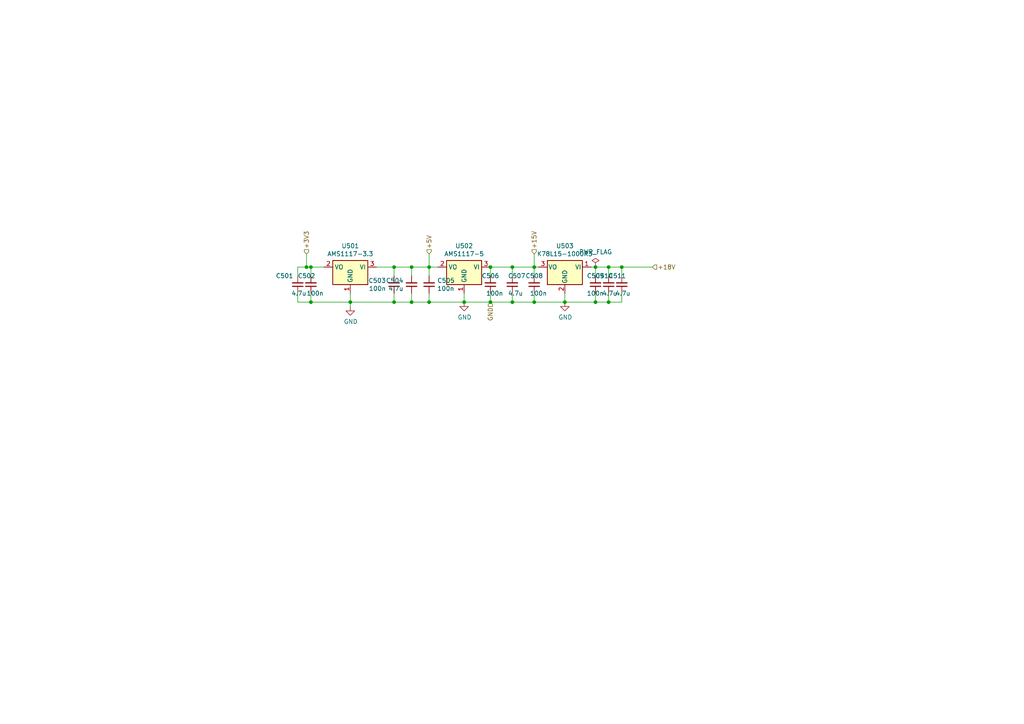
<source format=kicad_sch>
(kicad_sch (version 20231120) (generator "eeschema") (generator_version "8.0")
  (paper "A4")
  (lib_symbols
    (symbol "Controle-rescue:GND-power" (power) (pin_names (offset 0))
      (property "Value" "power_GND" (at 0 -3.81 0))
      (symbol "GND-power_0_1"
        (polyline (pts (xy 0 0) (xy 0 -1.27) (xy 1.27 -1.27) (xy 0 -2.54) (xy -1.27 -1.27) (xy 0 -1.27)))
      )
      (symbol "GND-power_1_1"
        (pin power_in line (at 0 0 270) (length 0) hide (name "GND") (number "1"))
      )
    )
    (symbol "Controle-rescue:PWR_FLAG-power" (power) (pin_numbers hide) (pin_names (offset 0) hide)
      (property "Value" "power_PWR_FLAG" (at 0 3.81 0))
      (symbol "PWR_FLAG-power_0_0"
        (pin power_out line (at 0 0 90) (length 0) (name "pwr") (number "1"))
      )
      (symbol "PWR_FLAG-power_0_1"
        (polyline (pts (xy 0 0) (xy 0 1.27) (xy -1.016 1.905) (xy 0 2.54) (xy 1.016 1.905) (xy 0 1.27)))
      )
    )
    (symbol "Device:C_Small" (pin_numbers hide) (pin_names (offset 0.254) hide)
      (property "Reference" "C" (at 0.254 1.778 0))
      (property "Value" "C_Small" (at 0.254 -2.032 0))
      (symbol "C_Small_0_1"
        (polyline (pts (xy -1.524 -0.508) (xy 1.524 -0.508)) (stroke (width 0.3302)))
        (polyline (pts (xy -1.524 0.508) (xy 1.524 0.508)) (stroke (width 0.3048)))
      )
      (symbol "C_Small_1_1"
        (pin passive line (at 0 2.54 270) (length 2.032) (name "~") (number "1"))
        (pin passive line (at 0 -2.54 90) (length 2.032) (name "~") (number "2"))
      )
    )
    (symbol "Regulator_Linear:AP1117-15"
      (property "Reference" "U" (at -3.81 3.175 0))
      (property "Value" "AP1117-15" (at 0 3.175 0))
      (symbol "AP1117-15_0_1"
        (rectangle (start -5.08 -5.08) (end 5.08 1.905) (stroke (width 0.254)) (fill (type background)))
      )
      (symbol "AP1117-15_1_1"
        (pin power_in line (at 0 -7.62 90) (length 2.54) (name "GND") (number "1"))
        (pin power_out line (at 7.62 0 180) (length 2.54) (name "VO") (number "2"))
        (pin power_in line (at -7.62 0 0) (length 2.54) (name "VI") (number "3"))
      )
    )
    (symbol "Regulator_Linear:LM7805_TO220" (pin_names (offset 0.254))
      (property "Reference" "U" (at -3.81 3.175 0))
      (property "Value" "LM7805_TO220" (at 0 3.175 0))
      (symbol "LM7805_TO220_0_1"
        (rectangle (start -5.08 1.905) (end 5.08 -5.08) (stroke (width 0.254)) (fill (type background)))
      )
      (symbol "LM7805_TO220_1_1"
        (pin power_in line (at -7.62 0 0) (length 2.54) (name "VI") (number "1"))
        (pin power_in line (at 0 -7.62 90) (length 2.54) (name "GND") (number "2"))
        (pin power_out line (at 7.62 0 180) (length 2.54) (name "VO") (number "3"))
      )
    )
  )
  (junction (at 88.9 77.47))
  (junction (at 114.3 77.47))
  (junction (at 124.46 87.63))
  (junction (at 101.6 87.63))
  (junction (at 114.3 87.63))
  (junction (at 148.59 77.47))
  (junction (at 142.24 87.63))
  (junction (at 172.72 77.47))
  (junction (at 176.53 77.47))
  (junction (at 180.34 77.47))
  (junction (at 148.59 87.63))
  (junction (at 142.24 77.47))
  (junction (at 90.17 77.47))
  (junction (at 119.38 87.63))
  (junction (at 176.53 87.63))
  (junction (at 154.94 77.47))
  (junction (at 119.38 77.47))
  (junction (at 134.62 87.63))
  (junction (at 172.72 87.63))
  (junction (at 90.17 87.63))
  (junction (at 154.94 87.63))
  (junction (at 163.83 87.63))
  (junction (at 124.46 77.47))
  (wire (pts (xy 148.59 87.63) (xy 142.24 87.63)))
  (wire (pts (xy 114.3 77.47) (xy 119.38 77.47)))
  (wire (pts (xy 148.59 77.47) (xy 154.94 77.47)))
  (wire (pts (xy 90.17 87.63) (xy 90.17 85.09)))
  (wire (pts (xy 114.3 80.01) (xy 114.3 77.47)))
  (wire (pts (xy 154.94 85.09) (xy 154.94 87.63)))
  (wire (pts (xy 171.45 77.47) (xy 172.72 77.47)))
  (wire (pts (xy 172.72 80.01) (xy 172.72 77.47)))
  (wire (pts (xy 109.22 77.47) (xy 114.3 77.47)))
  (wire (pts (xy 163.83 87.63) (xy 163.83 85.09)))
  (wire (pts (xy 172.72 85.09) (xy 172.72 87.63)))
  (wire (pts (xy 124.46 80.01) (xy 124.46 77.47)))
  (wire (pts (xy 142.24 85.09) (xy 142.24 87.63)))
  (wire (pts (xy 124.46 85.09) (xy 124.46 87.63)))
  (wire (pts (xy 134.62 85.09) (xy 134.62 87.63)))
  (wire (pts (xy 101.6 88.9) (xy 101.6 87.63)))
  (wire (pts (xy 124.46 87.63) (xy 134.62 87.63)))
  (wire (pts (xy 148.59 85.09) (xy 148.59 87.63)))
  (wire (pts (xy 172.72 87.63) (xy 176.53 87.63)))
  (wire (pts (xy 154.94 80.01) (xy 154.94 77.47)))
  (wire (pts (xy 154.94 73.66) (xy 154.94 77.47)))
  (wire (pts (xy 176.53 77.47) (xy 180.34 77.47)))
  (wire (pts (xy 90.17 80.01) (xy 90.17 77.47)))
  (wire (pts (xy 119.38 77.47) (xy 124.46 77.47)))
  (wire (pts (xy 88.9 77.47) (xy 90.17 77.47)))
  (wire (pts (xy 154.94 87.63) (xy 163.83 87.63)))
  (wire (pts (xy 142.24 80.01) (xy 142.24 77.47)))
  (wire (pts (xy 86.36 85.09) (xy 86.36 87.63)))
  (wire (pts (xy 90.17 87.63) (xy 101.6 87.63)))
  (wire (pts (xy 172.72 87.63) (xy 163.83 87.63)))
  (wire (pts (xy 154.94 77.47) (xy 156.21 77.47)))
  (wire (pts (xy 114.3 87.63) (xy 119.38 87.63)))
  (wire (pts (xy 142.24 87.63) (xy 134.62 87.63)))
  (wire (pts (xy 127 77.47) (xy 124.46 77.47)))
  (wire (pts (xy 180.34 85.09) (xy 180.34 87.63)))
  (wire (pts (xy 119.38 87.63) (xy 124.46 87.63)))
  (wire (pts (xy 114.3 85.09) (xy 114.3 87.63)))
  (wire (pts (xy 119.38 80.01) (xy 119.38 77.47)))
  (wire (pts (xy 88.9 73.66) (xy 88.9 77.47)))
  (wire (pts (xy 90.17 77.47) (xy 93.98 77.47)))
  (wire (pts (xy 180.34 77.47) (xy 189.23 77.47)))
  (wire (pts (xy 101.6 87.63) (xy 114.3 87.63)))
  (wire (pts (xy 124.46 73.66) (xy 124.46 77.47)))
  (wire (pts (xy 148.59 80.01) (xy 148.59 77.47)))
  (wire (pts (xy 176.53 87.63) (xy 176.53 85.09)))
  (wire (pts (xy 172.72 77.47) (xy 176.53 77.47)))
  (wire (pts (xy 86.36 77.47) (xy 88.9 77.47)))
  (wire (pts (xy 176.53 87.63) (xy 180.34 87.63)))
  (wire (pts (xy 101.6 87.63) (xy 101.6 85.09)))
  (wire (pts (xy 148.59 87.63) (xy 154.94 87.63)))
  (wire (pts (xy 176.53 80.01) (xy 176.53 77.47)))
  (wire (pts (xy 180.34 80.01) (xy 180.34 77.47)))
  (wire (pts (xy 142.24 77.47) (xy 148.59 77.47)))
  (wire (pts (xy 86.36 80.01) (xy 86.36 77.47)))
  (wire (pts (xy 119.38 85.09) (xy 119.38 87.63)))
  (wire (pts (xy 86.36 87.63) (xy 90.17 87.63)))
  (hierarchical_label "+5V" (shape input) (at 124.46 73.66 90))
  (hierarchical_label "GND" (shape input) (at 142.24 87.63 270))
  (hierarchical_label "+3V3" (shape input) (at 88.9 73.66 90))
  (hierarchical_label "+15V" (shape input) (at 154.94 73.66 90))
  (hierarchical_label "+18V" (shape input) (at 189.23 77.47 0))
  (symbol (lib_id "Device:C_Small") (at 86.36 82.55 0) (mirror x) (unit 1)
    (property "Reference" "C501" (at 85.09 80.01 0) (effects (justify right)))
    (property "Value" "4.7u" (at 88.9 85.09 0) (effects (justify right)))
    (property "Footprint" "Capacitor_SMD:C_1206_3216Metric_Pad1.33x1.80mm_HandSolder" (effects (hide yes)))
  )
  (symbol (lib_id "Device:C_Small") (at 172.72 82.55 180) (unit 1)
    (property "Reference" "C509" (at 170.18 80.01 0) (effects (justify right)))
    (property "Value" "100n" (at 170.18 85.09 0) (effects (justify right)))
    (property "Footprint" "Capacitor_SMD:C_0603_1608Metric_Pad1.08x0.95mm_HandSolder" (effects (hide yes)))
  )
  (symbol (lib_id "Device:C_Small") (at 180.34 82.55 0) (mirror x) (unit 1)
    (property "Reference" "C511" (at 181.61 80.01 0) (effects (justify right)))
    (property "Value" "4.7u" (at 182.88 85.09 0) (effects (justify right)))
    (property "Footprint" "Capacitor_SMD:C_1206_3216Metric_Pad1.33x1.80mm_HandSolder" (effects (hide yes)))
  )
  (symbol (lib_id "Regulator_Linear:AP1117-15") (at 101.6 77.47 0) (mirror y) (unit 1)
    (property "Reference" "U501" (at 101.6 71.3232 0))
    (property "Value" "AMS1117-3.3" (at 101.6 73.6346 0))
    (property "Footprint" "Package_TO_SOT_SMD:SOT-223-3_TabPin2" (effects (hide yes)))
  )
  (symbol (lib_id "Device:C_Small") (at 124.46 82.55 180) (unit 1)
    (property "Reference" "C505" (at 126.7968 81.3816 0) (effects (justify right)))
    (property "Value" "100n" (at 126.7968 83.693 0) (effects (justify right)))
    (property "Footprint" "Capacitor_SMD:C_0603_1608Metric_Pad1.08x0.95mm_HandSolder" (effects (hide yes)))
  )
  (symbol (lib_id "Device:C_Small") (at 142.24 82.55 180) (unit 1)
    (property "Reference" "C506" (at 139.7 80.01 0) (effects (justify right)))
    (property "Value" "100n" (at 140.97 85.09 0) (effects (justify right)))
    (property "Footprint" "Capacitor_SMD:C_0603_1608Metric_Pad1.08x0.95mm_HandSolder" (effects (hide yes)))
  )
  (symbol (lib_id "Device:C_Small") (at 119.38 82.55 0) (mirror x) (unit 1)
    (property "Reference" "C504" (at 117.0432 81.3816 0) (effects (justify right)))
    (property "Value" "4.7u" (at 117.0432 83.693 0) (effects (justify right)))
    (property "Footprint" "Capacitor_SMD:C_1206_3216Metric_Pad1.33x1.80mm_HandSolder" (effects (hide yes)))
  )
  (symbol (lib_id "Device:C_Small") (at 148.59 82.55 180) (unit 1)
    (property "Reference" "C507" (at 147.32 80.01 0) (effects (justify right)))
    (property "Value" "4.7u" (at 147.32 85.09 0) (effects (justify right)))
    (property "Footprint" "Capacitor_SMD:C_1206_3216Metric_Pad1.33x1.80mm_HandSolder" (effects (hide yes)))
  )
  (symbol (lib_id "Device:C_Small") (at 114.3 82.55 0) (mirror x) (unit 1)
    (property "Reference" "C503" (at 111.9632 81.3816 0) (effects (justify right)))
    (property "Value" "100n" (at 111.9632 83.693 0) (effects (justify right)))
    (property "Footprint" "Capacitor_SMD:C_0603_1608Metric_Pad1.08x0.95mm_HandSolder" (effects (hide yes)))
  )
  (symbol (lib_id "Device:C_Small") (at 90.17 82.55 180) (unit 1)
    (property "Reference" "C502" (at 86.36 80.01 0) (effects (justify right)))
    (property "Value" "100n" (at 88.9 85.09 0) (effects (justify right)))
    (property "Footprint" "Capacitor_SMD:C_0603_1608Metric_Pad1.08x0.95mm_HandSolder" (effects (hide yes)))
  )
  (symbol (lib_id "Controle-rescue:GND-power") (at 101.6 88.9 0) (unit 1)
    (property "Reference" "#PWR0501" (effects (hide yes)))
    (property "Value" "GND" (at 101.727 93.2942 0))
  )
  (symbol (lib_id "Device:C_Small") (at 154.94 82.55 180) (unit 1)
    (property "Reference" "C508" (at 152.4 80.01 0) (effects (justify right)))
    (property "Value" "100n" (at 153.67 85.09 0) (effects (justify right)))
    (property "Footprint" "Capacitor_SMD:C_0603_1608Metric_Pad1.08x0.95mm_HandSolder" (effects (hide yes)))
  )
  (symbol (lib_id "Controle-rescue:PWR_FLAG-power") (at 172.72 77.47 0) (unit 1)
    (property "Reference" "#FLG0501" (effects (hide yes)))
    (property "Value" "PWR_FLAG" (at 172.72 73.0758 0))
  )
  (symbol (lib_id "Controle-rescue:GND-power") (at 163.83 87.63 0) (unit 1)
    (property "Reference" "#PWR0503" (effects (hide yes)))
    (property "Value" "GND" (at 163.957 92.0242 0))
  )
  (symbol (lib_id "Regulator_Linear:AP1117-15") (at 134.62 77.47 0) (mirror y) (unit 1)
    (property "Reference" "U502" (at 134.62 71.3232 0))
    (property "Value" "AMS1117-5" (at 134.62 73.6346 0))
    (property "Footprint" "Package_TO_SOT_SMD:SOT-223-3_TabPin2" (effects (hide yes)))
  )
  (symbol (lib_id "Device:C_Small") (at 176.53 82.55 0) (mirror x) (unit 1)
    (property "Reference" "C510" (at 177.8 80.01 0) (effects (justify right)))
    (property "Value" "4.7u" (at 179.07 85.09 0) (effects (justify right)))
    (property "Footprint" "Capacitor_SMD:C_1206_3216Metric_Pad1.33x1.80mm_HandSolder" (effects (hide yes)))
  )
  (symbol (lib_id "Regulator_Linear:LM7805_TO220") (at 163.83 77.47 0) (mirror y) (unit 1)
    (property "Reference" "U503" (at 163.83 71.3232 0))
    (property "Value" "K78L15-1000R3" (at 163.83 73.6346 0))
    (property "Footprint" "KicadZeniteSolarLibrary18:TO-220-3_Horizontal_Tabless_SMD" (effects (hide yes)))
    (property "Datasheet" "https://www.onsemi.cn/PowerSolutions/document/MC7800-D.PDF" (effects (hide yes)))
  )
  (symbol (lib_id "Controle-rescue:GND-power") (at 134.62 87.63 0) (unit 1)
    (property "Reference" "#PWR0502" (effects (hide yes)))
    (property "Value" "GND" (at 134.747 92.0242 0))
  )
)
</source>
